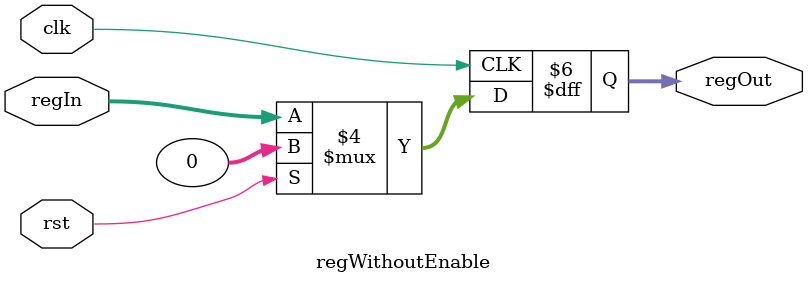
<source format=v>
/* 
Module => top
Purpose => top module of the design 
Input description =>
    1. clk => central ticker of the system, on each positive edge of the clock things happen
    2. rst => reset signal of the system
Output description =>
    1. fDataOut => 6 bit output data to visualize on 6 LEDs of tang nano 9k
*/

`include "alu.v"
`include "rf.v"
`include "immGen.v"
`include "control.v"
`include "basicMemory.v"
//`include "gowin_sp/gowin_sp.v"


module top( input clk, nrst, output [5:0] fDataOut);

    // on tang nano, buttons are pulled high so whenever the button is pressed, we get low so our rst will be active low. hence the name nrst.
    // converting acrive low reset of tang nano to active high
    wire rst = !nrst;

    wire [31:0] addrInPcNet, addrOutPcNet;
    wire [31:0] aluOutNet;
    wire [31:0] memoryDataOutNet;
    wire [31:0] irOutNet;
    wire [31:0] mdrOutNet;
    wire [31:0] rfWriteDataMuxOutNet;
    wire [31:0] readData1Net;
    wire [31:0] readData2Net;
    wire [31:0] arOutNet;
    wire [31:0] brOutNet;
    wire [31:0] aluAmuxOutNet;
    wire [31:0] aluBmuxOutNet;
    wire [31:0] immGenOutNet;
    wire [31:0] IorDmuxOutNet;
    wire IorDSelectorNet, ceNet, oceNet, wreNet, pcWriteEnableNet, memtoRegSelectNet, irWriteEnableNet, regWriteEnableNet, aluSrcASelectNet;
    wire [1:0] aluSrcBSelectNet;
    wire [1:0] aluOpNet;

   
    // instantiating all the modules
    regWithEnable u_pc(.clk(clk), .rst(rst), .enable(pcWriteEnableNet), .regIn(addrInPcNet), .regOut(addrOutPcNet));
    mux2 u_IorDmux(.in0(addrOutPcNet), .in1(aluOutNet), .select(IorDSelectorNet), .out(IorDmuxOutNet));
    //Gowin_SP u_spmem(.dout(memoryDataOutNet), .clk(clk), .oce(oceNet), .ce(ceNet), .reset(rst), .wre(wreNet), .ad(IorDmuxOutNet[7:0]), .din(brOutNet));
    basicMemory u_basicMemory(.clk(clk), .rst(rst), .ce(ceNet), .wre(wreNet), .ad(IorDmuxOutNet[7:0]), .din(brOutNet), .dout(memoryDataOutNet));
    regWithEnable u_ir(.clk(clk), .rst(rst), .enable(irWriteEnableNet), .regIn(memoryDataOutNet), .regOut(irOutNet));
    regWithoutEnable u_mdr(.clk(clk), .rst(rst), .regIn(memoryDataOutNet), .regOut(mdrOutNet));
    mux2 u_rfWriteDataMux(.in0(aluOutNet), .in1(mdrOutNet), .select(memtoRegSelectNet), .out(rfWriteDataMuxOutNet));
    rf u_rf(.clk(clk), .regWriteEnable(regWriteEnableNet), .readReg1(irOutNet[19:15]), .readReg2(irOutNet[24:20]), .writeReg(irOutNet[11:7]), .readData1(readData1Net), .readData2(readData2Net),.writeData(rfWriteDataMuxOutNet));
    regWithoutEnable u_ar(.clk(clk), .rst(rst), .regIn(readData1Net), .regOut(arOutNet));
    mux2 u_aluAmux(.in0(addrOutPcNet), .in1(arOutNet), .select(aluSrcASelectNet), .out(aluAmuxOutNet));
    regWithoutEnable u_br(.clk(clk), .rst(rst), .regIn(readData2Net), .regOut(brOutNet));
    mux3 u_aluBmux(.in0(brOutNet),.in1(32'h00000004),.in2(immGenOutNet),.select(aluSrcBSelectNet),.out(aluBmuxOutNet));
    immGen u_immGen(.instr(irOutNet),.imm(immGenOutNet));
    alu u_alu(.ALUop(aluOpNet), .instOpcode(irOutNet[6:0]), .A(aluAmuxOutNet), .B(aluBmuxOutNet), .Z(addrInPcNet));
    regWithoutEnable u_alur(.clk(clk),  .rst(rst), .regIn(addrInPcNet), .regOut(aluOutNet));
    control u_control(.clk(clk), .rst(rst), .instOpcode(irOutNet[6:0]), .IorDSelector(IorDSelectorNet), .ce(ceNet), .oce(oceNet), .wre(wreNet), .pcWriteEnable(pcWriteEnableNet), .memtoRegSelect(memtoRegSelectNet),
                .irWriteEnable(irWriteEnableNet), .regWriteEnable(regWriteEnableNet), .aluSrcASelect(aluSrcASelectNet), .aluSrcBSelect(aluSrcBSelectNet), .aluOp(aluOpNet));

    assign fDataOut = aluOutNet[5:0];
endmodule

module mux2 (input [31:0] in0, in1, input select, output reg [31:0] out);
    always @(*) begin
        case(select)
            1'b0: out = in0;
            1'b1: out = in1;
        endcase
    end
endmodule

module mux3 (input [31:0] in0, in1, in2, input [1:0] select, output reg [31:0] out);
    always @(*) begin
        case(select)
            2'b00: out = in0;
            2'b01: out = in1;
            2'b10: out = in2;
            default: out = in1;
        endcase
    end
endmodule

module regWithEnable (input clk, input rst ,input enable, input [31:0] regIn, output reg [31:0] regOut);
    always@(posedge clk) begin
        if(rst == 1'b1) begin
            regOut <= 32'h0000;
        end
        else begin
            if(enable == 1'b1) begin
                regOut <= regIn;
            end
        end
    end
endmodule

module regWithoutEnable (input clk, input rst, input [31:0] regIn, output reg [31:0] regOut);
    always@(posedge clk) begin
        if(rst == 1'b1) begin
            regOut <= 32'h0000;
        end
        else begin
            regOut <= regIn;
        end
    end
endmodule


</source>
